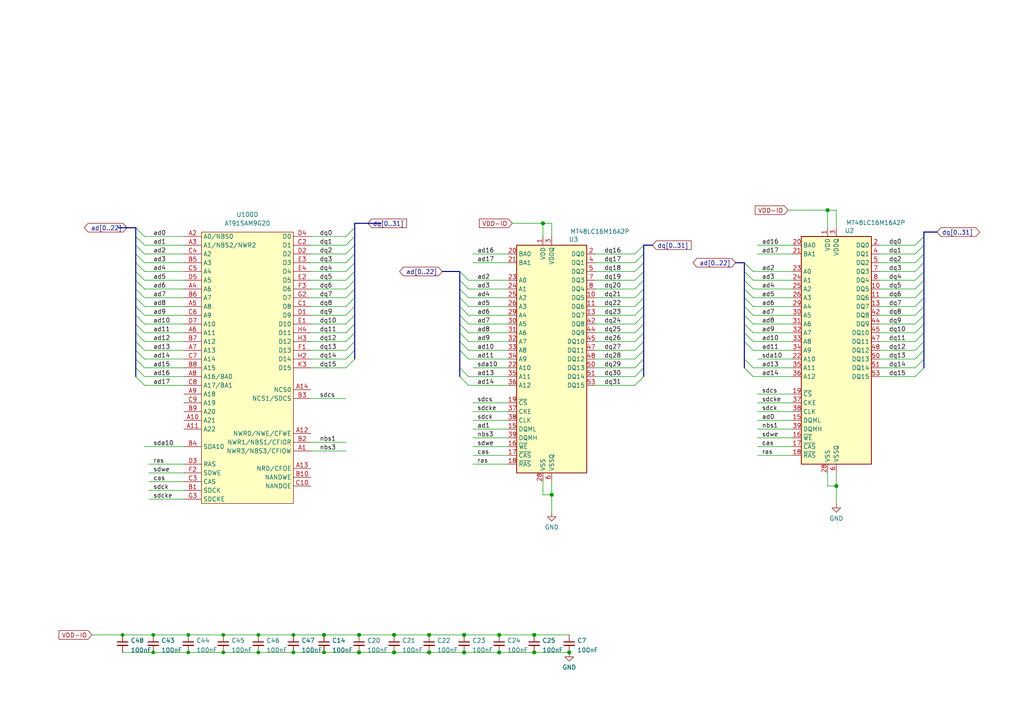
<source format=kicad_sch>
(kicad_sch (version 20211123) (generator eeschema)
  (paper "A4")
  (title_block (title "SAM9G20 SBC") (rev "0.1") (company "vd-rd"))
  (lib_symbols
    (symbol "Device:C_Small" (pin_numbers hide) (pin_names (offset 0.254) hide)
      (property "Reference" "C" (at 0.254 1.778 0))
      (property "Value" "C_Small" (at 0.254 -2.032 0))
      (symbol "C_Small_1_1"
        (pin passive line (at 0 2.54 270) (length 2.032) (name "~") (number "1"))
        (pin passive line (at 0 -2.54 90) (length 2.032) (name "~") (number "2"))
      )
    )
    (symbol "Memory_RAM:MT48LC16M16A2P"
      (property "Reference" "U" (at -8.89 34.29 0))
      (property "Value" "MT48LC16M16A2P" (at 8.89 34.29 0))
      (symbol "MT48LC16M16A2P_1_1"
        (pin power_in line (at -2.54 35.56 270) (length 2.54) (name "VDD") (number "1"))
        (pin bidirectional line (at 12.7 17.78 180) (length 2.54) (name "DQ5") (number "10"))
        (pin bidirectional line (at 12.7 15.24 180) (length 2.54) (name "DQ6") (number "11"))
        (pin passive line (at 0 -35.56 90) (length 2.54) hide (name "VSSQ") (number "12"))
        (pin bidirectional line (at 12.7 12.7 180) (length 2.54) (name "DQ7") (number "13"))
        (pin passive line (at -2.54 35.56 270) (length 2.54) hide (name "VDD") (number "14"))
        (pin input line (at -12.7 -20.32 0) (length 2.54) (name "DQML") (number "15"))
        (pin input line (at -12.7 -25.4 0) (length 2.54) (name "~{WE}") (number "16"))
        (pin input line (at -12.7 -27.94 0) (length 2.54) (name "~{CAS}") (number "17"))
        (pin input line (at -12.7 -30.48 0) (length 2.54) (name "~{RAS}") (number "18"))
        (pin input line (at -12.7 -12.7 0) (length 2.54) (name "~{CS}") (number "19"))
        (pin bidirectional line (at 12.7 30.48 180) (length 2.54) (name "DQ0") (number "2"))
        (pin input line (at -12.7 30.48 0) (length 2.54) (name "BA0") (number "20"))
        (pin input line (at -12.7 27.94 0) (length 2.54) (name "BA1") (number "21"))
        (pin input line (at -12.7 -2.54 0) (length 2.54) (name "A10") (number "22"))
        (pin input line (at -12.7 22.86 0) (length 2.54) (name "A0") (number "23"))
        (pin input line (at -12.7 20.32 0) (length 2.54) (name "A1") (number "24"))
        (pin input line (at -12.7 17.78 0) (length 2.54) (name "A2") (number "25"))
        (pin input line (at -12.7 15.24 0) (length 2.54) (name "A3") (number "26"))
        (pin passive line (at -2.54 35.56 270) (length 2.54) hide (name "VDD") (number "27"))
        (pin power_in line (at -2.54 -35.56 90) (length 2.54) (name "VSS") (number "28"))
        (pin input line (at -12.7 12.7 0) (length 2.54) (name "A4") (number "29"))
        (pin power_in line (at 0 35.56 270) (length 2.54) (name "VDDQ") (number "3"))
        (pin input line (at -12.7 10.16 0) (length 2.54) (name "A5") (number "30"))
        (pin input line (at -12.7 7.62 0) (length 2.54) (name "A6") (number "31"))
        (pin input line (at -12.7 5.08 0) (length 2.54) (name "A7") (number "32"))
        (pin input line (at -12.7 2.54 0) (length 2.54) (name "A8") (number "33"))
        (pin input line (at -12.7 0 0) (length 2.54) (name "A9") (number "34"))
        (pin input line (at -12.7 -5.08 0) (length 2.54) (name "A11") (number "35"))
        (pin input line (at -12.7 -7.62 0) (length 2.54) (name "A12") (number "36"))
        (pin input line (at -12.7 -15.24 0) (length 2.54) (name "CKE") (number "37"))
        (pin input line (at -12.7 -17.78 0) (length 2.54) (name "CLK") (number "38"))
        (pin input line (at -12.7 -22.86 0) (length 2.54) (name "DQMH") (number "39"))
        (pin bidirectional line (at 12.7 27.94 180) (length 2.54) (name "DQ1") (number "4"))
        (pin no_connect line (at 10.16 -20.32 180) (length 2.54) hide (name "NC") (number "40"))
        (pin passive line (at -2.54 -35.56 90) (length 2.54) hide (name "VSS") (number "41"))
        (pin bidirectional line (at 12.7 10.16 180) (length 2.54) (name "DQ8") (number "42"))
        (pin passive line (at 0 35.56 270) (length 2.54) hide (name "VDDQ") (number "43"))
        (pin bidirectional line (at 12.7 7.62 180) (length 2.54) (name "DQ9") (number "44"))
        (pin bidirectional line (at 12.7 5.08 180) (length 2.54) (name "DQ10") (number "45"))
        (pin passive line (at 0 -35.56 90) (length 2.54) hide (name "VSSQ") (number "46"))
        (pin bidirectional line (at 12.7 2.54 180) (length 2.54) (name "DQ11") (number "47"))
        (pin bidirectional line (at 12.7 0 180) (length 2.54) (name "DQ12") (number "48"))
        (pin passive line (at 0 35.56 270) (length 2.54) hide (name "VDDQ") (number "49"))
        (pin bidirectional line (at 12.7 25.4 180) (length 2.54) (name "DQ2") (number "5"))
        (pin bidirectional line (at 12.7 -2.54 180) (length 2.54) (name "DQ13") (number "50"))
        (pin bidirectional line (at 12.7 -5.08 180) (length 2.54) (name "DQ14") (number "51"))
        (pin passive line (at 0 -35.56 90) (length 2.54) hide (name "VSSQ") (number "52"))
        (pin bidirectional line (at 12.7 -7.62 180) (length 2.54) (name "DQ15") (number "53"))
        (pin passive line (at -2.54 -35.56 90) (length 2.54) hide (name "VSS") (number "54"))
        (pin power_in line (at 0 -35.56 90) (length 2.54) (name "VSSQ") (number "6"))
        (pin bidirectional line (at 12.7 22.86 180) (length 2.54) (name "DQ3") (number "7"))
        (pin bidirectional line (at 12.7 20.32 180) (length 2.54) (name "DQ4") (number "8"))
        (pin passive line (at 0 35.56 270) (length 2.54) hide (name "VDDQ") (number "9"))
      )
    )
    (symbol "microchip:AT91SAM9G20"
      (property "Reference" "U" (at 0 43.18 0))
      (property "Value" "AT91SAM9G20" (at -8.89 43.18 0))
      (symbol "AT91SAM9G20_1_0"
        (pin passive line (at -8.89 -31.75 0) (length 5.08) (name "PA28") (number "L14"))
        (pin passive line (at -8.89 -39.37 0) (length 5.08) (name "PA31") (number "N14"))
        (pin passive line (at -8.89 -36.83 0) (length 5.08) (name "PA30") (number "N15"))
        (pin passive line (at -8.89 36.83 0) (length 5.08) (name "PA1") (number "P11"))
        (pin passive line (at -8.89 31.75 0) (length 5.08) (name "PA3") (number "P12"))
        (pin passive line (at -8.89 21.59 0) (length 5.08) (name "PA7") (number "P13"))
        (pin passive line (at -8.89 16.51 0) (length 5.08) (name "PA9") (number "P14"))
        (pin passive line (at -8.89 -26.67 0) (length 5.08) (name "PA26") (number "P15"))
        (pin passive line (at -8.89 -24.13 0) (length 5.08) (name "PA25") (number "P16"))
        (pin passive line (at -8.89 39.37 0) (length 5.08) (name "PA0") (number "R10"))
        (pin passive line (at -8.89 29.21 0) (length 5.08) (name "PA4") (number "R11"))
        (pin passive line (at -8.89 26.67 0) (length 5.08) (name "PA5") (number "R12"))
        (pin passive line (at -8.89 13.97 0) (length 5.08) (name "PA10") (number "R13"))
        (pin passive line (at -8.89 -13.97 0) (length 5.08) (name "PA21") (number "R14"))
        (pin passive line (at -8.89 -19.05 0) (length 5.08) (name "PA23") (number "R15"))
        (pin passive line (at -8.89 -21.59 0) (length 5.08) (name "PA24") (number "R16"))
        (pin passive line (at -8.89 -34.29 0) (length 5.08) (name "PA29") (number "R17"))
        (pin passive line (at -8.89 24.13 0) (length 5.08) (name "PA6") (number "T10"))
        (pin passive line (at -8.89 19.05 0) (length 5.08) (name "PA8") (number "T11"))
        (pin passive line (at -8.89 11.43 0) (length 5.08) (name "PA11") (number "T12"))
        (pin passive line (at -8.89 -11.43 0) (length 5.08) (name "PA20") (number "T14"))
        (pin passive line (at -8.89 -16.51 0) (length 5.08) (name "PA22") (number "T16"))
        (pin passive line (at -8.89 -29.21 0) (length 5.08) (name "PA27") (number "T17"))
        (pin passive line (at -8.89 34.29 0) (length 5.08) (name "PA2") (number "T9"))
        (pin passive line (at -8.89 6.35 0) (length 5.08) (name "PA13") (number "U10"))
        (pin passive line (at -8.89 3.81 0) (length 5.08) (name "PA14") (number "U11"))
        (pin passive line (at -8.89 1.27 0) (length 5.08) (name "PA15") (number "U12"))
        (pin passive line (at -8.89 -8.89 0) (length 5.08) (name "PA19") (number "U13"))
        (pin passive line (at -8.89 -3.81 0) (length 5.08) (name "PA17") (number "U14"))
        (pin passive line (at -8.89 -1.27 0) (length 5.08) (name "PA16") (number "U15"))
        (pin passive line (at -8.89 -6.35 0) (length 5.08) (name "PA18") (number "U16"))
        (pin passive line (at -8.89 8.89 0) (length 5.08) (name "PA12") (number "U9"))
      )
      (symbol "AT91SAM9G20_2_0"
        (pin passive line (at -8.89 -6.35 0) (length 5.08) (name "PB18") (number "H17"))
        (pin passive line (at -8.89 -8.89 0) (length 5.08) (name "PB19") (number "J15"))
        (pin passive line (at -8.89 -1.27 0) (length 5.08) (name "PB16") (number "J17"))
        (pin passive line (at -8.89 29.21 0) (length 5.08) (name "PB4") (number "K14"))
        (pin passive line (at -8.89 -3.81 0) (length 5.08) (name "PB17") (number "K15"))
        (pin passive line (at -8.89 1.27 0) (length 5.08) (name "PB15") (number "K17"))
        (pin passive line (at -8.89 16.51 0) (length 5.08) (name "PB9") (number "L15"))
        (pin passive line (at -8.89 19.05 0) (length 5.08) (name "PB8") (number "L16"))
        (pin passive line (at -8.89 3.81 0) (length 5.08) (name "PB14") (number "L17"))
        (pin passive line (at -8.89 36.83 0) (length 5.08) (name "PB1") (number "M14"))
        (pin passive line (at -8.89 34.29 0) (length 5.08) (name "PB2") (number "M15"))
        (pin passive line (at -8.89 31.75 0) (length 5.08) (name "PB3") (number "M16"))
        (pin passive line (at -8.89 21.59 0) (length 5.08) (name "PB7") (number "M17"))
        (pin passive line (at -8.89 39.37 0) (length 5.08) (name "PB0") (number "N16"))
        (pin passive line (at -8.89 24.13 0) (length 5.08) (name "PB6") (number "N17"))
        (pin passive line (at -8.89 -39.37 0) (length 5.08) (name "PB31") (number "P10"))
        (pin passive line (at -8.89 26.67 0) (length 5.08) (name "PB5") (number "P17"))
        (pin passive line (at -8.89 11.43 0) (length 5.08) (name "PB11") (number "P5"))
        (pin passive line (at -8.89 6.35 0) (length 5.08) (name "PB13") (number "P6"))
        (pin passive line (at -8.89 -21.59 0) (length 5.08) (name "PB24") (number "P7"))
        (pin passive line (at -8.89 -36.83 0) (length 5.08) (name "PB30") (number "P9"))
        (pin passive line (at -8.89 8.89 0) (length 5.08) (name "PB12") (number "R5"))
        (pin passive line (at -8.89 -19.05 0) (length 5.08) (name "PB23") (number "R6"))
        (pin passive line (at -8.89 -26.67 0) (length 5.08) (name "PB26") (number "R8"))
        (pin passive line (at -8.89 -31.75 0) (length 5.08) (name "PB28") (number "R9"))
        (pin passive line (at -8.89 13.97 0) (length 5.08) (name "PB10") (number "T5"))
        (pin passive line (at -8.89 -16.51 0) (length 5.08) (name "PB22") (number "T6"))
        (pin passive line (at -8.89 -34.29 0) (length 5.08) (name "PB29") (number "T8"))
        (pin passive line (at -8.89 -11.43 0) (length 5.08) (name "PB20") (number "U5"))
        (pin passive line (at -8.89 -13.97 0) (length 5.08) (name "PB21") (number "U6"))
        (pin passive line (at -8.89 -24.13 0) (length 5.08) (name "PB25") (number "U7"))
        (pin passive line (at -8.89 -29.21 0) (length 5.08) (name "PB27") (number "U8"))
      )
      (symbol "AT91SAM9G20_3_0"
        (pin passive line (at -8.89 26.67 0) (length 5.08) (name "PC5") (number "A15"))
        (pin passive line (at -8.89 24.13 0) (length 5.08) (name "PC6") (number "A16"))
        (pin passive line (at -8.89 29.21 0) (length 5.08) (name "PC4") (number "A17"))
        (pin passive line (at -8.89 21.59 0) (length 5.08) (name "PC7") (number "B11"))
        (pin passive line (at -8.89 13.97 0) (length 5.08) (name "PC10") (number "B12"))
        (pin passive line (at -8.89 6.35 0) (length 5.08) (name "PC13") (number "B13"))
        (pin passive line (at -8.89 11.43 0) (length 5.08) (name "PC11") (number "B14"))
        (pin passive line (at -8.89 3.81 0) (length 5.08) (name "PC14") (number "B15"))
        (pin passive line (at -8.89 19.05 0) (length 5.08) (name "PC8") (number "B16"))
        (pin passive line (at -8.89 16.51 0) (length 5.08) (name "PC9") (number "C11"))
        (pin passive line (at -8.89 8.89 0) (length 5.08) (name "PC12") (number "C12"))
        (pin passive line (at -8.89 1.27 0) (length 5.08) (name "PC15") (number "G1"))
        (pin passive line (at -8.89 -6.35 0) (length 5.08) (name "PC18") (number "H1"))
        (pin passive line (at -8.89 -8.89 0) (length 5.08) (name "PC19") (number "J1"))
        (pin passive line (at -8.89 -3.81 0) (length 5.08) (name "PC17") (number "J2"))
        (pin passive line (at -8.89 -1.27 0) (length 5.08) (name "PC16") (number "J4"))
        (pin passive line (at -8.89 -21.59 0) (length 5.08) (name "PC24") (number "K1"))
        (pin passive line (at -8.89 -11.43 0) (length 5.08) (name "PC20") (number "K2"))
        (pin passive line (at -8.89 -13.97 0) (length 5.08) (name "PC21") (number "K4"))
        (pin passive line (at -8.89 -26.67 0) (length 5.08) (name "PC26") (number "L2"))
        (pin passive line (at -8.89 -24.13 0) (length 5.08) (name "PC25") (number "L3"))
        (pin passive line (at -8.89 -39.37 0) (length 5.08) (name "PC31") (number "M2"))
        (pin passive line (at -8.89 -16.51 0) (length 5.08) (name "PC22") (number "M4"))
        (pin passive line (at -8.89 -19.05 0) (length 5.08) (name "PC23") (number "N3"))
        (pin passive line (at -8.89 -29.21 0) (length 5.08) (name "PC27") (number "N4"))
        (pin passive line (at -8.89 -36.83 0) (length 5.08) (name "PC30") (number "P3"))
        (pin passive line (at -8.89 -31.75 0) (length 5.08) (name "PC28") (number "P4"))
        (pin passive line (at -8.89 -34.29 0) (length 5.08) (name "PC29") (number "R3"))
        (pin passive line (at -8.89 39.37 0) (length 5.08) (name "PC0") (number "T3"))
        (pin passive line (at -8.89 36.83 0) (length 5.08) (name "PC1") (number "T4"))
        (pin passive line (at -8.89 34.29 0) (length 5.08) (name "PC2") (number "U3"))
        (pin passive line (at -8.89 31.75 0) (length 5.08) (name "PC3") (number "U4"))
      )
      (symbol "AT91SAM9G20_4_0"
        (pin passive line (at 24.13 -24.13 180) (length 5.08) (name "NWR3/NBS3/CFIOW") (number "A1"))
        (pin passive line (at -12.7 -15.24 0) (length 5.08) (name "A21") (number "A10"))
        (pin passive line (at -12.7 -17.78 0) (length 5.08) (name "A22") (number "A11"))
        (pin passive line (at 24.13 -19.05 180) (length 5.08) (name "NWR0/NWE/CFWE") (number "A12"))
        (pin passive line (at 24.13 -29.21 180) (length 5.08) (name "NRD/CFOE") (number "A13"))
        (pin passive line (at 24.13 -6.35 180) (length 5.08) (name "NCS0") (number "A14"))
        (pin passive line (at -12.7 38.1 0) (length 5.08) (name "A0/NBS0") (number "A2"))
        (pin passive line (at -12.7 35.56 0) (length 5.08) (name "A1/NBS2/NWR2") (number "A3"))
        (pin passive line (at -12.7 22.86 0) (length 5.08) (name "A6") (number "A4"))
        (pin passive line (at -12.7 17.78 0) (length 5.08) (name "A8") (number "A5"))
        (pin passive line (at -12.7 10.16 0) (length 5.08) (name "A11") (number "A6"))
        (pin passive line (at -12.7 5.08 0) (length 5.08) (name "A13") (number "A7"))
        (pin passive line (at -12.7 -2.54 0) (length 5.08) (name "A16/BA0") (number "A8"))
        (pin passive line (at -12.7 -7.62 0) (length 5.08) (name "A18") (number "A9"))
        (pin passive line (at -12.7 -35.56 0) (length 5.08) (name "SDCK") (number "B1"))
        (pin passive line (at 24.13 -31.75 180) (length 5.08) (name "NANDWE") (number "B10"))
        (pin passive line (at 24.13 -21.59 180) (length 5.08) (name "NWR1/NBS1/CFIOR") (number "B2"))
        (pin passive line (at 24.13 -8.89 180) (length 5.08) (name "NCS1/SDCS") (number "B3"))
        (pin passive line (at -12.7 -22.86 0) (length 5.08) (name "SDA10") (number "B4"))
        (pin passive line (at -12.7 30.48 0) (length 5.08) (name "A3") (number "B5"))
        (pin passive line (at -12.7 20.32 0) (length 5.08) (name "A7") (number "B6"))
        (pin passive line (at -12.7 7.62 0) (length 5.08) (name "A12") (number "B7"))
        (pin passive line (at -12.7 0 0) (length 5.08) (name "A15") (number "B8"))
        (pin passive line (at -12.7 -12.7 0) (length 5.08) (name "A20") (number "B9"))
        (pin passive line (at 24.13 17.78 180) (length 5.08) (name "D8") (number "C1"))
        (pin passive line (at 24.13 -34.29 180) (length 5.08) (name "NANDOE") (number "C10"))
        (pin passive line (at 24.13 35.56 180) (length 5.08) (name "D1") (number "C2"))
        (pin passive line (at -12.7 -33.02 0) (length 5.08) (name "CAS") (number "C3"))
        (pin passive line (at -12.7 33.02 0) (length 5.08) (name "A2") (number "C4"))
        (pin passive line (at -12.7 27.94 0) (length 5.08) (name "A4") (number "C5"))
        (pin passive line (at -12.7 15.24 0) (length 5.08) (name "A9") (number "C6"))
        (pin passive line (at -12.7 2.54 0) (length 5.08) (name "A14") (number "C7"))
        (pin passive line (at -12.7 -5.08 0) (length 5.08) (name "A17/BA1") (number "C8"))
        (pin passive line (at -12.7 -10.16 0) (length 5.08) (name "A19") (number "C9"))
        (pin passive line (at 24.13 15.24 180) (length 5.08) (name "D9") (number "D1"))
        (pin passive line (at 24.13 33.02 180) (length 5.08) (name "D2") (number "D2"))
        (pin passive line (at -12.7 -27.94 0) (length 5.08) (name "RAS") (number "D3"))
        (pin passive line (at 24.13 38.1 180) (length 5.08) (name "D0") (number "D4"))
        (pin passive line (at -12.7 25.4 0) (length 5.08) (name "A5") (number "D5"))
        (pin passive line (at -12.7 12.7 0) (length 5.08) (name "A10") (number "D7"))
        (pin passive line (at 24.13 12.7 180) (length 5.08) (name "D10") (number "E1"))
        (pin passive line (at 24.13 25.4 180) (length 5.08) (name "D5") (number "E2"))
        (pin passive line (at 24.13 30.48 180) (length 5.08) (name "D3") (number "E3"))
        (pin passive line (at 24.13 27.94 180) (length 5.08) (name "D4") (number "E4"))
        (pin passive line (at 24.13 5.08 180) (length 5.08) (name "D13") (number "F1"))
        (pin passive line (at -12.7 -30.48 0) (length 5.08) (name "SDWE") (number "F2"))
        (pin passive line (at 24.13 22.86 180) (length 5.08) (name "D6") (number "F3"))
        (pin passive line (at 24.13 20.32 180) (length 5.08) (name "D7") (number "G2"))
        (pin passive line (at -12.7 -38.1 0) (length 5.08) (name "SDCKE") (number "G3"))
        (pin passive line (at 24.13 2.54 180) (length 5.08) (name "D14") (number "H2"))
        (pin passive line (at 24.13 7.62 180) (length 5.08) (name "D12") (number "H3"))
        (pin passive line (at 24.13 10.16 180) (length 5.08) (name "D11") (number "H4"))
        (pin passive line (at 24.13 0 180) (length 5.08) (name "D15") (number "K3"))
      )
      (symbol "AT91SAM9G20_5_0"
        (pin passive line (at -8.89 3.81 0) (length 5.08) (name "WKUP") (number "B17"))
        (pin passive line (at -8.89 -3.81 0) (length 5.08) (name "DDP") (number "C13"))
        (pin passive line (at -8.89 -13.97 0) (length 5.08) (name "HDMB") (number "C14"))
        (pin no_connect line (at -8.89 -44.45 0) (length 5.08) hide (name "NC") (number "C15"))
        (pin passive line (at -8.89 1.27 0) (length 5.08) (name "SHDN") (number "C17"))
        (pin passive line (at -8.89 -6.35 0) (length 5.08) (name "DDM") (number "D13"))
        (pin passive line (at -8.89 -11.43 0) (length 5.08) (name "HDPB") (number "D14"))
        (pin no_connect line (at -8.89 -44.45 0) (length 5.08) (name "NC") (number "D15"))
        (pin passive line (at -8.89 -31.75 0) (length 5.08) (name "XIN32") (number "D17"))
        (pin passive line (at -8.89 -19.05 0) (length 5.08) (name "HDPA") (number "E14"))
        (pin passive line (at -8.89 -21.59 0) (length 5.08) (name "HDMA") (number "E15"))
        (pin passive line (at -8.89 -34.29 0) (length 5.08) (name "XOUT32") (number "E17"))
        (pin passive line (at -8.89 6.35 0) (length 5.08) (name "OSCSEL") (number "F14"))
        (pin passive line (at -8.89 8.89 0) (length 5.08) (name "BMS") (number "F15"))
        (pin passive line (at -8.89 31.75 0) (length 5.08) (name "JTAGSEL") (number "F16"))
        (pin passive line (at -8.89 -26.67 0) (length 5.08) (name "TST") (number "F17"))
        (pin passive line (at -8.89 11.43 0) (length 5.08) (name "NRST") (number "G15"))
        (pin passive line (at -8.89 19.05 0) (length 5.08) (name "RTCK") (number "G16"))
        (pin passive line (at -8.89 21.59 0) (length 5.08) (name "TMS") (number "G17"))
        (pin passive line (at -8.89 29.21 0) (length 5.08) (name "TCK") (number "H15"))
        (pin passive line (at -8.89 16.51 0) (length 5.08) (name "NTRST") (number "H16"))
        (pin passive line (at -8.89 24.13 0) (length 5.08) (name "TDO") (number "J14"))
        (pin passive line (at -8.89 26.67 0) (length 5.08) (name "TDI") (number "J16"))
        (pin passive line (at -8.89 -36.83 0) (length 5.08) (name "XIN") (number "N1"))
        (pin passive line (at -8.89 -39.37 0) (length 5.08) (name "XOUT") (number "P1"))
        (pin no_connect line (at -8.89 -44.45 0) (length 5.08) hide (name "NC") (number "R1"))
        (pin no_connect line (at -8.89 -44.45 0) (length 5.08) hide (name "NC") (number "T1"))
      )
      (symbol "AT91SAM9G20_6_0"
        (pin passive line (at -6.35 3.81 0) (length 5.08) (name "VDDUSB") (number "C16"))
        (pin passive line (at -6.35 1.27 0) (length 5.08) (name "GNDUSB") (number "D10"))
        (pin power_in line (at -6.35 29.21 0) (length 5.08) (name "VDDIOM") (number "D11"))
        (pin passive line (at -6.35 1.27 0) (length 5.08) hide (name "GNDUSB") (number "D12"))
        (pin power_in line (at -6.35 11.43 0) (length 5.08) (name "VDDBU") (number "D16"))
        (pin passive line (at -6.35 -19.05 0) (length 5.08) (name "GND") (number "D6"))
        (pin passive line (at -6.35 -19.05 0) (length 5.08) hide (name "GND") (number "D8"))
        (pin power_in line (at -6.35 24.13 0) (length 5.08) hide (name "VDDCORE") (number "D9"))
        (pin passive line (at -6.35 8.89 0) (length 5.08) (name "GNDBU") (number "E16"))
        (pin passive line (at -6.35 -19.05 0) (length 5.08) hide (name "GND") (number "F4"))
        (pin passive line (at -6.35 -19.05 0) (length 5.08) hide (name "GND") (number "G14"))
        (pin power_in line (at -6.35 29.21 0) (length 5.08) hide (name "VDDIOM") (number "G4"))
        (pin passive line (at -6.35 -19.05 0) (length 5.08) hide (name "GND") (number "H10"))
        (pin power_in line (at -6.35 24.13 0) (length 5.08) hide (name "VDDCORE") (number "H14"))
        (pin passive line (at -6.35 -19.05 0) (length 5.08) hide (name "GND") (number "H8"))
        (pin passive line (at -6.35 -19.05 0) (length 5.08) hide (name "GND") (number "H9"))
        (pin passive line (at -6.35 -19.05 0) (length 5.08) hide (name "GND") (number "J10"))
        (pin power_in line (at -6.35 29.21 0) (length 5.08) hide (name "VDDIOM") (number "J3"))
        (pin passive line (at -6.35 -19.05 0) (length 5.08) hide (name "GND") (number "J8"))
        (pin passive line (at -6.35 -19.05 0) (length 5.08) hide (name "GND") (number "J9"))
        (pin passive line (at -6.35 -19.05 0) (length 5.08) hide (name "GND") (number "K10"))
        (pin passive line (at -6.35 -19.05 0) (length 5.08) hide (name "GND") (number "K16"))
        (pin passive line (at -6.35 -19.05 0) (length 5.08) hide (name "GND") (number "K8"))
        (pin passive line (at -6.35 -19.05 0) (length 5.08) hide (name "GND") (number "K9"))
        (pin passive line (at -6.35 -19.05 0) (length 5.08) hide (name "GND") (number "L1"))
        (pin passive line (at -6.35 -3.81 0) (length 5.08) (name "VDDOSC") (number "L4"))
        (pin power_in line (at -6.35 24.13 0) (length 5.08) hide (name "VDDCORE") (number "M1"))
        (pin passive line (at -6.35 -19.05 0) (length 5.08) hide (name "GND") (number "M3"))
        (pin passive line (at -6.35 19.05 0) (length 5.08) (name "VDDPLL") (number "N2"))
        (pin passive line (at -6.35 19.05 0) (length 5.08) hide (name "VDDPLL") (number "P2"))
        (pin power_in line (at -6.35 34.29 0) (length 5.08) hide (name "VDDIOP") (number "P8"))
        (pin passive line (at -6.35 -13.97 0) (length 5.08) (name "GNDANA") (number "R2"))
        (pin passive line (at -6.35 -8.89 0) (length 5.08) (name "VDDANA") (number "R4"))
        (pin passive line (at -6.35 -19.05 0) (length 5.08) hide (name "GND") (number "R7"))
        (pin power_in line (at -6.35 24.13 0) (length 5.08) (name "VDDCORE") (number "T13"))
        (pin passive line (at -6.35 -19.05 0) (length 5.08) hide (name "GND") (number "T15"))
        (pin passive line (at -6.35 16.51 0) (length 5.08) (name "GNDPLL") (number "T2"))
        (pin passive line (at -6.35 -19.05 0) (length 5.08) hide (name "GND") (number "T7"))
        (pin passive line (at -6.35 16.51 0) (length 5.08) hide (name "GNDPLL") (number "U1"))
        (pin power_in line (at -6.35 34.29 0) (length 5.08) (name "VDDIOP") (number "U17"))
        (pin passive line (at -6.35 -11.43 0) (length 5.08) (name "ADVREF") (number "U2"))
      )
    )
    (symbol "power:GND" (power) (pin_names (offset 0))
      (property "Value" "GND" (at 0 -3.81 0))
      (symbol "GND_1_1"
        (pin power_in line (at 0 0 270) (length 0) hide (name "GND") (number "1"))
      )
    )
  )
  (junction (at 242.57 140.97) (diameter 1.016))
  (junction (at 104.14 189.23) (diameter 1.016))
  (junction (at 44.45 189.23))
  (junction (at 85.09 189.23))
  (junction (at 64.77 184.15))
  (junction (at 93.98 184.15) (diameter 1.016))
  (junction (at 160.02 143.51) (diameter 1.016))
  (junction (at 144.78 184.15) (diameter 1.016))
  (junction (at 165.1 189.23) (diameter 1.016))
  (junction (at 64.77 189.23))
  (junction (at 93.98 189.23))
  (junction (at 134.62 184.15) (diameter 1.016))
  (junction (at 54.61 184.15))
  (junction (at 104.14 184.15) (diameter 1.016))
  (junction (at 74.93 184.15))
  (junction (at 35.56 184.15))
  (junction (at 240.03 60.96) (diameter 1.016))
  (junction (at 124.46 184.15) (diameter 1.016))
  (junction (at 54.61 189.23))
  (junction (at 44.45 184.15))
  (junction (at 85.09 184.15))
  (junction (at 154.94 184.15) (diameter 1.016))
  (junction (at 134.62 189.23) (diameter 1.016))
  (junction (at 114.3 184.15) (diameter 1.016))
  (junction (at 144.78 189.23) (diameter 1.016))
  (junction (at 124.46 189.23) (diameter 1.016))
  (junction (at 74.93 189.23))
  (junction (at 154.94 189.23) (diameter 1.016))
  (junction (at 114.3 189.23) (diameter 1.016))
  (junction (at 157.48 64.77) (diameter 1.016))
  (bus_entry (at 133.35 101.6) (size 2.54 2.54) (stroke (width 0.1524)))
  (bus_entry (at 133.35 109.22) (size 2.54 2.54) (stroke (width 0.1524)))
  (bus_entry (at 39.37 88.9) (size 2.54 2.54) (stroke (width 0.1524)))
  (bus_entry (at 102.87 81.28) (size -2.54 2.54) (stroke (width 0.1524)))
  (bus_entry (at 39.37 66.04) (size 2.54 2.54) (stroke (width 0.1524)))
  (bus_entry (at 39.37 68.58) (size 2.54 2.54) (stroke (width 0.1524)))
  (bus_entry (at 102.87 86.36) (size -2.54 2.54) (stroke (width 0.1524)))
  (bus_entry (at 102.87 101.6) (size -2.54 2.54) (stroke (width 0.1524)))
  (bus_entry (at 102.87 91.44) (size -2.54 2.54) (stroke (width 0.1524)))
  (bus_entry (at 39.37 101.6) (size 2.54 2.54) (stroke (width 0.1524)))
  (bus_entry (at 39.37 86.36) (size 2.54 2.54) (stroke (width 0.1524)))
  (bus_entry (at 133.35 86.36) (size 2.54 2.54) (stroke (width 0.1524)))
  (bus_entry (at 39.37 96.52) (size 2.54 2.54) (stroke (width 0.1524)))
  (bus_entry (at 39.37 104.14) (size 2.54 2.54) (stroke (width 0.1524)))
  (bus_entry (at 39.37 106.68) (size 2.54 2.54) (stroke (width 0.1524)))
  (bus_entry (at 39.37 109.22) (size 2.54 2.54) (stroke (width 0.1524)))
  (bus_entry (at 102.87 71.12) (size -2.54 2.54) (stroke (width 0.1524)))
  (bus_entry (at 39.37 81.28) (size 2.54 2.54) (stroke (width 0.1524)))
  (bus_entry (at 102.87 99.06) (size -2.54 2.54) (stroke (width 0.1524)))
  (bus_entry (at 102.87 66.04) (size -2.54 2.54) (stroke (width 0.1524)))
  (bus_entry (at 102.87 93.98) (size -2.54 2.54) (stroke (width 0.1524)))
  (bus_entry (at 133.35 81.28) (size 2.54 2.54) (stroke (width 0.1524)))
  (bus_entry (at 39.37 76.2) (size 2.54 2.54) (stroke (width 0.1524)))
  (bus_entry (at 133.35 106.68) (size 2.54 2.54) (stroke (width 0.1524)))
  (bus_entry (at 133.35 96.52) (size 2.54 2.54) (stroke (width 0.1524)))
  (bus_entry (at 102.87 76.2) (size -2.54 2.54) (stroke (width 0.1524)))
  (bus_entry (at 133.35 91.44) (size 2.54 2.54) (stroke (width 0.1524)))
  (bus_entry (at 133.35 93.98) (size 2.54 2.54) (stroke (width 0.1524)))
  (bus_entry (at 102.87 78.74) (size -2.54 2.54) (stroke (width 0.1524)))
  (bus_entry (at 215.9 104.14) (size 2.54 2.54) (stroke (width 0.1524)))
  (bus_entry (at 215.9 106.68) (size 2.54 2.54) (stroke (width 0.1524)))
  (bus_entry (at 215.9 99.06) (size 2.54 2.54) (stroke (width 0.1524)))
  (bus_entry (at 215.9 88.9) (size 2.54 2.54) (stroke (width 0.1524)))
  (bus_entry (at 215.9 86.36) (size 2.54 2.54) (stroke (width 0.1524)))
  (bus_entry (at 215.9 83.82) (size 2.54 2.54) (stroke (width 0.1524)))
  (bus_entry (at 215.9 91.44) (size 2.54 2.54) (stroke (width 0.1524)))
  (bus_entry (at 215.9 93.98) (size 2.54 2.54) (stroke (width 0.1524)))
  (bus_entry (at 215.9 96.52) (size 2.54 2.54) (stroke (width 0.1524)))
  (bus_entry (at 215.9 81.28) (size 2.54 2.54) (stroke (width 0.1524)))
  (bus_entry (at 215.9 78.74) (size 2.54 2.54) (stroke (width 0.1524)))
  (bus_entry (at 215.9 76.2) (size 2.54 2.54) (stroke (width 0.1524)))
  (bus_entry (at 102.87 68.58) (size -2.54 2.54) (stroke (width 0.1524)))
  (bus_entry (at 39.37 99.06) (size 2.54 2.54) (stroke (width 0.1524)))
  (bus_entry (at 102.87 83.82) (size -2.54 2.54) (stroke (width 0.1524)))
  (bus_entry (at 39.37 73.66) (size 2.54 2.54) (stroke (width 0.1524)))
  (bus_entry (at 39.37 83.82) (size 2.54 2.54) (stroke (width 0.1524)))
  (bus_entry (at 39.37 78.74) (size 2.54 2.54) (stroke (width 0.1524)))
  (bus_entry (at 133.35 99.06) (size 2.54 2.54) (stroke (width 0.1524)))
  (bus_entry (at 39.37 91.44) (size 2.54 2.54) (stroke (width 0.1524)))
  (bus_entry (at 102.87 88.9) (size -2.54 2.54) (stroke (width 0.1524)))
  (bus_entry (at 186.69 71.12) (size -2.54 2.54) (stroke (width 0.1524)))
  (bus_entry (at 186.69 73.66) (size -2.54 2.54) (stroke (width 0.1524)))
  (bus_entry (at 186.69 81.28) (size -2.54 2.54) (stroke (width 0.1524)))
  (bus_entry (at 186.69 78.74) (size -2.54 2.54) (stroke (width 0.1524)))
  (bus_entry (at 186.69 76.2) (size -2.54 2.54) (stroke (width 0.1524)))
  (bus_entry (at 186.69 106.68) (size -2.54 2.54) (stroke (width 0.1524)))
  (bus_entry (at 186.69 109.22) (size -2.54 2.54) (stroke (width 0.1524)))
  (bus_entry (at 186.69 104.14) (size -2.54 2.54) (stroke (width 0.1524)))
  (bus_entry (at 186.69 101.6) (size -2.54 2.54) (stroke (width 0.1524)))
  (bus_entry (at 186.69 99.06) (size -2.54 2.54) (stroke (width 0.1524)))
  (bus_entry (at 186.69 91.44) (size -2.54 2.54) (stroke (width 0.1524)))
  (bus_entry (at 186.69 96.52) (size -2.54 2.54) (stroke (width 0.1524)))
  (bus_entry (at 186.69 93.98) (size -2.54 2.54) (stroke (width 0.1524)))
  (bus_entry (at 186.69 88.9) (size -2.54 2.54) (stroke (width 0.1524)))
  (bus_entry (at 186.69 86.36) (size -2.54 2.54) (stroke (width 0.1524)))
  (bus_entry (at 186.69 83.82) (size -2.54 2.54) (stroke (width 0.1524)))
  (bus_entry (at 102.87 73.66) (size -2.54 2.54) (stroke (width 0.1524)))
  (bus_entry (at 133.35 88.9) (size 2.54 2.54) (stroke (width 0.1524)))
  (bus_entry (at 133.35 83.82) (size 2.54 2.54) (stroke (width 0.1524)))
  (bus_entry (at 133.35 78.74) (size 2.54 2.54) (stroke (width 0.1524)))
  (bus_entry (at 39.37 71.12) (size 2.54 2.54) (stroke (width 0.1524)))
  (bus_entry (at 39.37 93.98) (size 2.54 2.54) (stroke (width 0.1524)))
  (bus_entry (at 267.97 93.98) (size -2.54 2.54) (stroke (width 0.1524)))
  (bus_entry (at 267.97 91.44) (size -2.54 2.54) (stroke (width 0.1524)))
  (bus_entry (at 267.97 99.06) (size -2.54 2.54) (stroke (width 0.1524)))
  (bus_entry (at 267.97 96.52) (size -2.54 2.54) (stroke (width 0.1524)))
  (bus_entry (at 267.97 101.6) (size -2.54 2.54) (stroke (width 0.1524)))
  (bus_entry (at 267.97 106.68) (size -2.54 2.54) (stroke (width 0.1524)))
  (bus_entry (at 267.97 104.14) (size -2.54 2.54) (stroke (width 0.1524)))
  (bus_entry (at 267.97 86.36) (size -2.54 2.54) (stroke (width 0.1524)))
  (bus_entry (at 267.97 88.9) (size -2.54 2.54) (stroke (width 0.1524)))
  (bus_entry (at 267.97 81.28) (size -2.54 2.54) (stroke (width 0.1524)))
  (bus_entry (at 267.97 78.74) (size -2.54 2.54) (stroke (width 0.1524)))
  (bus_entry (at 267.97 83.82) (size -2.54 2.54) (stroke (width 0.1524)))
  (bus_entry (at 267.97 73.66) (size -2.54 2.54) (stroke (width 0.1524)))
  (bus_entry (at 267.97 76.2) (size -2.54 2.54) (stroke (width 0.1524)))
  (bus_entry (at 267.97 71.12) (size -2.54 2.54) (stroke (width 0.1524)))
  (bus_entry (at 267.97 68.58) (size -2.54 2.54) (stroke (width 0.1524)))
  (bus_entry (at 102.87 96.52) (size -2.54 2.54) (stroke (width 0.1524)))
  (bus_entry (at 102.87 104.14) (size -2.54 2.54) (stroke (width 0.1524)))
  (wire (pts (xy 255.27 83.82) (xy 265.43 83.82)))
  (bus (pts (xy 39.37 81.28) (xy 39.37 83.82)))
  (bus (pts (xy 39.37 83.82) (xy 39.37 86.36)))
  (bus (pts (xy 39.37 71.12) (xy 39.37 73.66)))
  (bus (pts (xy 39.37 73.66) (xy 39.37 76.2)))
  (bus (pts (xy 39.37 76.2) (xy 39.37 78.74)))
  (bus (pts (xy 39.37 91.44) (xy 39.37 93.98)))
  (bus (pts (xy 39.37 93.98) (xy 39.37 96.52)))
  (bus (pts (xy 39.37 86.36) (xy 39.37 88.9)))
  (bus (pts (xy 39.37 88.9) (xy 39.37 91.44)))
  (bus (pts (xy 39.37 78.74) (xy 39.37 81.28)))
  (bus (pts (xy 39.37 68.58) (xy 39.37 71.12)))
  (bus (pts (xy 39.37 66.04) (xy 39.37 68.58)))
  (bus (pts (xy 39.37 101.6) (xy 39.37 104.14)))
  (bus (pts (xy 39.37 96.52) (xy 39.37 99.06)))
  (bus (pts (xy 39.37 106.68) (xy 39.37 109.22)))
  (bus (pts (xy 39.37 104.14) (xy 39.37 106.68)))
  (bus (pts (xy 39.37 99.06) (xy 39.37 101.6)))
  (wire (pts (xy 218.44 109.22) (xy 229.87 109.22)))
  (wire (pts (xy 218.44 101.6) (xy 229.87 101.6)))
  (wire (pts (xy 90.17 76.2) (xy 100.33 76.2)))
  (wire (pts (xy 240.03 60.96) (xy 240.03 66.04)))
  (wire (pts (xy 219.71 104.14) (xy 229.87 104.14)))
  (wire (pts (xy 172.72 99.06) (xy 184.15 99.06)))
  (wire (pts (xy 41.91 129.54) (xy 53.34 129.54)))
  (wire (pts (xy 255.27 96.52) (xy 265.43 96.52)))
  (wire (pts (xy 35.56 184.15) (xy 44.45 184.15)))
  (wire (pts (xy 172.72 93.98) (xy 184.15 93.98)))
  (wire (pts (xy 219.71 129.54) (xy 229.87 129.54)))
  (wire (pts (xy 255.27 93.98) (xy 265.43 93.98)))
  (wire (pts (xy 135.89 96.52) (xy 147.32 96.52)))
  (bus (pts (xy 186.69 86.36) (xy 186.69 88.9)))
  (bus (pts (xy 186.69 83.82) (xy 186.69 86.36)))
  (bus (pts (xy 186.69 71.12) (xy 186.69 73.66)))
  (bus (pts (xy 186.69 81.28) (xy 186.69 83.82)))
  (bus (pts (xy 186.69 71.12) (xy 189.23 71.12)))
  (bus (pts (xy 186.69 76.2) (xy 186.69 78.74)))
  (bus (pts (xy 186.69 73.66) (xy 186.69 76.2)))
  (bus (pts (xy 186.69 91.44) (xy 186.69 93.98)))
  (bus (pts (xy 186.69 78.74) (xy 186.69 81.28)))
  (bus (pts (xy 186.69 106.68) (xy 186.69 109.22)))
  (bus (pts (xy 186.69 104.14) (xy 186.69 106.68)))
  (bus (pts (xy 186.69 101.6) (xy 186.69 104.14)))
  (bus (pts (xy 186.69 99.06) (xy 186.69 101.6)))
  (bus (pts (xy 186.69 96.52) (xy 186.69 99.06)))
  (bus (pts (xy 186.69 93.98) (xy 186.69 96.52)))
  (bus (pts (xy 186.69 88.9) (xy 186.69 91.44)))
  (wire (pts (xy 172.72 83.82) (xy 184.15 83.82)))
  (wire (pts (xy 154.94 184.15) (xy 165.1 184.15)))
  (wire (pts (xy 144.78 184.15) (xy 154.94 184.15)))
  (wire (pts (xy 104.14 184.15) (xy 114.3 184.15)))
  (wire (pts (xy 134.62 184.15) (xy 144.78 184.15)))
  (wire (pts (xy 114.3 184.15) (xy 124.46 184.15)))
  (wire (pts (xy 93.98 184.15) (xy 104.14 184.15)))
  (wire (pts (xy 124.46 184.15) (xy 134.62 184.15)))
  (wire (pts (xy 135.89 93.98) (xy 147.32 93.98)))
  (wire (pts (xy 137.16 116.84) (xy 147.32 116.84)))
  (wire (pts (xy 41.91 88.9) (xy 53.34 88.9)))
  (wire (pts (xy 172.72 91.44) (xy 184.15 91.44)))
  (wire (pts (xy 172.72 104.14) (xy 184.15 104.14)))
  (wire (pts (xy 137.16 76.2) (xy 147.32 76.2)))
  (wire (pts (xy 41.91 83.82) (xy 53.34 83.82)))
  (wire (pts (xy 172.72 111.76) (xy 184.15 111.76)))
  (wire (pts (xy 41.91 93.98) (xy 53.34 93.98)))
  (wire (pts (xy 41.91 86.36) (xy 53.34 86.36)))
  (bus (pts (xy 128.27 78.74) (xy 133.35 78.74)))
  (wire (pts (xy 137.16 124.46) (xy 147.32 124.46)))
  (wire (pts (xy 41.91 78.74) (xy 53.34 78.74)))
  (wire (pts (xy 41.91 68.58) (xy 53.34 68.58)))
  (wire (pts (xy 135.89 86.36) (xy 147.32 86.36)))
  (wire (pts (xy 172.72 96.52) (xy 184.15 96.52)))
  (wire (pts (xy 35.56 189.23) (xy 44.45 189.23)))
  (wire (pts (xy 90.17 115.57) (xy 100.33 115.57)))
  (wire (pts (xy 255.27 71.12) (xy 265.43 71.12)))
  (wire (pts (xy 255.27 109.22) (xy 265.43 109.22)))
  (wire (pts (xy 240.03 137.16) (xy 240.03 140.97)))
  (wire (pts (xy 90.17 96.52) (xy 100.33 96.52)))
  (wire (pts (xy 137.16 73.66) (xy 147.32 73.66)))
  (wire (pts (xy 64.77 184.15) (xy 74.93 184.15)))
  (wire (pts (xy 44.45 184.15) (xy 54.61 184.15)))
  (wire (pts (xy 74.93 184.15) (xy 85.09 184.15)))
  (wire (pts (xy 85.09 184.15) (xy 93.98 184.15)))
  (wire (pts (xy 54.61 184.15) (xy 64.77 184.15)))
  (wire (pts (xy 172.72 88.9) (xy 184.15 88.9)))
  (wire (pts (xy 41.91 91.44) (xy 53.34 91.44)))
  (wire (pts (xy 218.44 91.44) (xy 229.87 91.44)))
  (wire (pts (xy 135.89 109.22) (xy 147.32 109.22)))
  (wire (pts (xy 90.17 91.44) (xy 100.33 91.44)))
  (wire (pts (xy 135.89 88.9) (xy 147.32 88.9)))
  (wire (pts (xy 255.27 78.74) (xy 265.43 78.74)))
  (wire (pts (xy 41.91 96.52) (xy 53.34 96.52)))
  (wire (pts (xy 242.57 140.97) (xy 242.57 146.05)))
  (wire (pts (xy 242.57 137.16) (xy 242.57 140.97)))
  (wire (pts (xy 41.91 111.76) (xy 53.34 111.76)))
  (wire (pts (xy 218.44 83.82) (xy 229.87 83.82)))
  (wire (pts (xy 218.44 86.36) (xy 229.87 86.36)))
  (wire (pts (xy 218.44 99.06) (xy 229.87 99.06)))
  (wire (pts (xy 41.91 99.06) (xy 53.34 99.06)))
  (wire (pts (xy 255.27 91.44) (xy 265.43 91.44)))
  (wire (pts (xy 135.89 99.06) (xy 147.32 99.06)))
  (wire (pts (xy 26.67 184.15) (xy 35.56 184.15)))
  (wire (pts (xy 137.16 129.54) (xy 147.32 129.54)))
  (wire (pts (xy 219.71 114.3) (xy 229.87 114.3)))
  (wire (pts (xy 218.44 81.28) (xy 229.87 81.28)))
  (wire (pts (xy 41.91 81.28) (xy 53.34 81.28)))
  (wire (pts (xy 219.71 121.92) (xy 229.87 121.92)))
  (wire (pts (xy 41.91 106.68) (xy 53.34 106.68)))
  (wire (pts (xy 43.18 142.24) (xy 53.34 142.24)))
  (wire (pts (xy 255.27 81.28) (xy 265.43 81.28)))
  (wire (pts (xy 90.17 78.74) (xy 100.33 78.74)))
  (bus (pts (xy 34.29 66.04) (xy 39.37 66.04)))
  (wire (pts (xy 255.27 76.2) (xy 265.43 76.2)))
  (wire (pts (xy 137.16 121.92) (xy 147.32 121.92)))
  (wire (pts (xy 255.27 101.6) (xy 265.43 101.6)))
  (wire (pts (xy 90.17 130.81) (xy 100.33 130.81)))
  (wire (pts (xy 135.89 111.76) (xy 147.32 111.76)))
  (wire (pts (xy 90.17 83.82) (xy 100.33 83.82)))
  (wire (pts (xy 135.89 104.14) (xy 147.32 104.14)))
  (wire (pts (xy 64.77 189.23) (xy 74.93 189.23)))
  (wire (pts (xy 44.45 189.23) (xy 54.61 189.23)))
  (wire (pts (xy 74.93 189.23) (xy 85.09 189.23)))
  (wire (pts (xy 85.09 189.23) (xy 93.98 189.23)))
  (wire (pts (xy 54.61 189.23) (xy 64.77 189.23)))
  (wire (pts (xy 219.71 124.46) (xy 229.87 124.46)))
  (wire (pts (xy 219.71 116.84) (xy 229.87 116.84)))
  (wire (pts (xy 90.17 88.9) (xy 100.33 88.9)))
  (wire (pts (xy 218.44 93.98) (xy 229.87 93.98)))
  (wire (pts (xy 172.72 78.74) (xy 184.15 78.74)))
  (wire (pts (xy 157.48 139.7) (xy 157.48 143.51)))
  (wire (pts (xy 41.91 109.22) (xy 53.34 109.22)))
  (wire (pts (xy 172.72 76.2) (xy 184.15 76.2)))
  (wire (pts (xy 148.59 64.77) (xy 157.48 64.77)))
  (wire (pts (xy 160.02 68.58) (xy 160.02 64.77)))
  (wire (pts (xy 157.48 64.77) (xy 160.02 64.77)))
  (wire (pts (xy 90.17 93.98) (xy 100.33 93.98)))
  (wire (pts (xy 157.48 64.77) (xy 157.48 68.58)))
  (wire (pts (xy 219.71 73.66) (xy 229.87 73.66)))
  (wire (pts (xy 157.48 143.51) (xy 160.02 143.51)))
  (wire (pts (xy 90.17 68.58) (xy 100.33 68.58)))
  (wire (pts (xy 218.44 96.52) (xy 229.87 96.52)))
  (wire (pts (xy 160.02 139.7) (xy 160.02 143.51)))
  (wire (pts (xy 43.18 134.62) (xy 53.34 134.62)))
  (wire (pts (xy 90.17 128.27) (xy 100.33 128.27)))
  (wire (pts (xy 41.91 101.6) (xy 53.34 101.6)))
  (wire (pts (xy 218.44 88.9) (xy 229.87 88.9)))
  (wire (pts (xy 137.16 106.68) (xy 147.32 106.68)))
  (bus (pts (xy 267.97 67.31) (xy 271.78 67.31)))
  (wire (pts (xy 218.44 106.68) (xy 229.87 106.68)))
  (wire (pts (xy 135.89 101.6) (xy 147.32 101.6)))
  (wire (pts (xy 172.72 86.36) (xy 184.15 86.36)))
  (wire (pts (xy 240.03 60.96) (xy 242.57 60.96)))
  (wire (pts (xy 242.57 66.04) (xy 242.57 60.96)))
  (wire (pts (xy 228.6 60.96) (xy 240.03 60.96)))
  (bus (pts (xy 102.87 99.06) (xy 102.87 101.6)))
  (bus (pts (xy 102.87 96.52) (xy 102.87 99.06)))
  (bus (pts (xy 102.87 101.6) (xy 102.87 104.14)))
  (bus (pts (xy 102.87 93.98) (xy 102.87 96.52)))
  (bus (pts (xy 102.87 91.44) (xy 102.87 93.98)))
  (bus (pts (xy 102.87 88.9) (xy 102.87 91.44)))
  (bus (pts (xy 102.87 86.36) (xy 102.87 88.9)))
  (bus (pts (xy 102.87 83.82) (xy 102.87 86.36)))
  (bus (pts (xy 102.87 76.2) (xy 102.87 78.74)))
  (bus (pts (xy 102.87 78.74) (xy 102.87 81.28)))
  (bus (pts (xy 102.87 68.58) (xy 102.87 71.12)))
  (bus (pts (xy 102.87 66.04) (xy 102.87 68.58)))
  (bus (pts (xy 102.87 64.77) (xy 102.87 66.04)))
  (bus (pts (xy 102.87 81.28) (xy 102.87 83.82)))
  (bus (pts (xy 102.87 73.66) (xy 102.87 76.2)))
  (bus (pts (xy 102.87 71.12) (xy 102.87 73.66)))
  (wire (pts (xy 90.17 71.12) (xy 100.33 71.12)))
  (wire (pts (xy 172.72 81.28) (xy 184.15 81.28)))
  (wire (pts (xy 135.89 83.82) (xy 147.32 83.82)))
  (wire (pts (xy 90.17 73.66) (xy 100.33 73.66)))
  (wire (pts (xy 255.27 99.06) (xy 265.43 99.06)))
  (wire (pts (xy 137.16 127) (xy 147.32 127)))
  (bus (pts (xy 215.9 99.06) (xy 215.9 104.14)))
  (bus (pts (xy 215.9 104.14) (xy 215.9 106.68)))
  (bus (pts (xy 215.9 88.9) (xy 215.9 91.44)))
  (bus (pts (xy 215.9 83.82) (xy 215.9 86.36)))
  (bus (pts (xy 215.9 86.36) (xy 215.9 88.9)))
  (bus (pts (xy 215.9 91.44) (xy 215.9 93.98)))
  (bus (pts (xy 215.9 93.98) (xy 215.9 96.52)))
  (bus (pts (xy 215.9 96.52) (xy 215.9 99.06)))
  (bus (pts (xy 215.9 81.28) (xy 215.9 83.82)))
  (bus (pts (xy 213.36 76.2) (xy 215.9 76.2)))
  (bus (pts (xy 215.9 78.74) (xy 215.9 81.28)))
  (bus (pts (xy 215.9 76.2) (xy 215.9 78.74)))
  (wire (pts (xy 137.16 134.62) (xy 147.32 134.62)))
  (wire (pts (xy 135.89 81.28) (xy 147.32 81.28)))
  (wire (pts (xy 90.17 101.6) (xy 100.33 101.6)))
  (wire (pts (xy 90.17 106.68) (xy 100.33 106.68)))
  (wire (pts (xy 172.72 106.68) (xy 184.15 106.68)))
  (wire (pts (xy 160.02 143.51) (xy 160.02 148.59)))
  (wire (pts (xy 219.71 127) (xy 229.87 127)))
  (wire (pts (xy 41.91 104.14) (xy 53.34 104.14)))
  (wire (pts (xy 240.03 140.97) (xy 242.57 140.97)))
  (wire (pts (xy 255.27 106.68) (xy 265.43 106.68)))
  (bus (pts (xy 133.35 99.06) (xy 133.35 101.6)))
  (bus (pts (xy 133.35 101.6) (xy 133.35 106.68)))
  (bus (pts (xy 133.35 106.68) (xy 133.35 109.22)))
  (bus (pts (xy 133.35 83.82) (xy 133.35 86.36)))
  (bus (pts (xy 133.35 88.9) (xy 133.35 91.44)))
  (bus (pts (xy 133.35 86.36) (xy 133.35 88.9)))
  (bus (pts (xy 133.35 96.52) (xy 133.35 99.06)))
  (bus (pts (xy 133.35 91.44) (xy 133.35 93.98)))
  (bus (pts (xy 133.35 93.98) (xy 133.35 96.52)))
  (bus (pts (xy 133.35 81.28) (xy 133.35 83.82)))
  (bus (pts (xy 133.35 78.74) (xy 133.35 81.28)))
  (wire (pts (xy 41.91 76.2) (xy 53.34 76.2)))
  (wire (pts (xy 137.16 132.08) (xy 147.32 132.08)))
  (wire (pts (xy 172.72 73.66) (xy 184.15 73.66)))
  (wire (pts (xy 135.89 91.44) (xy 147.32 91.44)))
  (wire (pts (xy 90.17 81.28) (xy 100.33 81.28)))
  (wire (pts (xy 43.18 139.7) (xy 53.34 139.7)))
  (wire (pts (xy 90.17 99.06) (xy 100.33 99.06)))
  (wire (pts (xy 41.91 71.12) (xy 53.34 71.12)))
  (wire (pts (xy 255.27 88.9) (xy 265.43 88.9)))
  (wire (pts (xy 90.17 86.36) (xy 100.33 86.36)))
  (wire (pts (xy 219.71 132.08) (xy 229.87 132.08)))
  (wire (pts (xy 172.72 109.22) (xy 184.15 109.22)))
  (wire (pts (xy 90.17 104.14) (xy 100.33 104.14)))
  (wire (pts (xy 255.27 86.36) (xy 265.43 86.36)))
  (wire (pts (xy 137.16 119.38) (xy 147.32 119.38)))
  (wire (pts (xy 218.44 78.74) (xy 229.87 78.74)))
  (wire (pts (xy 219.71 119.38) (xy 229.87 119.38)))
  (wire (pts (xy 43.18 144.78) (xy 53.34 144.78)))
  (wire (pts (xy 255.27 104.14) (xy 265.43 104.14)))
  (wire (pts (xy 43.18 137.16) (xy 53.34 137.16)))
  (wire (pts (xy 255.27 73.66) (xy 265.43 73.66)))
  (wire (pts (xy 219.71 71.12) (xy 229.87 71.12)))
  (wire (pts (xy 172.72 101.6) (xy 184.15 101.6)))
  (bus (pts (xy 102.87 64.77) (xy 110.49 64.77)))
  (wire (pts (xy 41.91 73.66) (xy 53.34 73.66)))
  (wire (pts (xy 154.94 189.23) (xy 165.1 189.23)))
  (wire (pts (xy 144.78 189.23) (xy 154.94 189.23)))
  (wire (pts (xy 104.14 189.23) (xy 114.3 189.23)))
  (wire (pts (xy 134.62 189.23) (xy 144.78 189.23)))
  (wire (pts (xy 114.3 189.23) (xy 124.46 189.23)))
  (wire (pts (xy 93.98 189.23) (xy 104.14 189.23)))
  (wire (pts (xy 124.46 189.23) (xy 134.62 189.23)))
  (bus (pts (xy 267.97 93.98) (xy 267.97 96.52)))
  (bus (pts (xy 267.97 91.44) (xy 267.97 93.98)))
  (bus (pts (xy 267.97 99.06) (xy 267.97 101.6)))
  (bus (pts (xy 267.97 96.52) (xy 267.97 99.06)))
  (bus (pts (xy 267.97 101.6) (xy 267.97 104.14)))
  (bus (pts (xy 267.97 104.14) (xy 267.97 106.68)))
  (bus (pts (xy 267.97 86.36) (xy 267.97 88.9)))
  (bus (pts (xy 267.97 88.9) (xy 267.97 91.44)))
  (bus (pts (xy 267.97 83.82) (xy 267.97 86.36)))
  (bus (pts (xy 267.97 81.28) (xy 267.97 83.82)))
  (bus (pts (xy 267.97 78.74) (xy 267.97 81.28)))
  (bus (pts (xy 267.97 73.66) (xy 267.97 76.2)))
  (bus (pts (xy 267.97 76.2) (xy 267.97 78.74)))
  (bus (pts (xy 267.97 71.12) (xy 267.97 73.66)))
  (bus (pts (xy 267.97 67.31) (xy 267.97 68.58)))
  (bus (pts (xy 267.97 68.58) (xy 267.97 71.12)))
  (label "dq7" (at 92.71 86.36 0))
  (label "ad11" (at 44.45 96.52 0))
  (label "sdwe" (at 138.43 129.54 0))
  (label "dq0" (at 257.81 71.12 0))
  (label "nbs1" (at 220.98 124.46 0))
  (label "ras" (at 44.45 134.62 0))
  (label "dq16" (at 175.26 73.66 0))
  (label "dq9" (at 92.71 91.44 0))
  (label "dq7" (at 257.81 88.9 0))
  (label "ad6" (at 220.98 88.9 0))
  (label "dq1" (at 257.81 73.66 0))
  (label "dq22" (at 175.26 88.9 0))
  (label "ad1" (at 138.43 124.46 0))
  (label "ad6" (at 138.43 91.44 0))
  (label "ad13" (at 220.98 106.68 0))
  (label "ad2" (at 220.98 78.74 0))
  (label "ad11" (at 138.43 104.14 0))
  (label "dq0" (at 92.71 68.58 0))
  (label "dq12" (at 92.71 99.06 0))
  (label "ad0" (at 220.98 121.92 0))
  (label "ad8" (at 138.43 96.52 0))
  (label "dq11" (at 92.71 96.52 0))
  (label "dq10" (at 92.71 93.98 0))
  (label "dq31" (at 175.26 111.76 0))
  (label "sda10" (at 44.45 129.54 0))
  (label "dq24" (at 175.26 93.98 0))
  (label "ad2" (at 138.43 81.28 0))
  (label "dq10" (at 257.81 96.52 0))
  (label "dq6" (at 257.81 86.36 0))
  (label "dq18" (at 175.26 78.74 0))
  (label "ad8" (at 44.45 88.9 0))
  (label "dq23" (at 175.26 91.44 0))
  (label "sdcke" (at 220.98 116.84 0))
  (label "ad2" (at 44.45 73.66 0))
  (label "dq4" (at 257.81 81.28 0))
  (label "dq13" (at 92.71 101.6 0))
  (label "ad11" (at 220.98 101.6 0))
  (label "dq6" (at 92.71 83.82 0))
  (label "ad7" (at 138.43 93.98 0))
  (label "nbs3" (at 92.71 130.81 0))
  (label "dq19" (at 175.26 81.28 0))
  (label "dq9" (at 257.81 93.98 0))
  (label "dq2" (at 257.81 76.2 0))
  (label "ad1" (at 44.45 71.12 0))
  (label "dq30" (at 175.26 109.22 0))
  (label "dq21" (at 175.26 86.36 0))
  (label "ad13" (at 44.45 101.6 0))
  (label "ad5" (at 220.98 86.36 0))
  (label "dq4" (at 92.71 78.74 0))
  (label "dq5" (at 257.81 83.82 0))
  (label "dq20" (at 175.26 83.82 0))
  (label "dq8" (at 257.81 91.44 0))
  (label "sdcs" (at 92.71 115.57 0))
  (label "ad16" (at 220.98 71.12 0))
  (label "ras" (at 138.43 134.62 0))
  (label "dq14" (at 257.81 106.68 0))
  (label "sdcs" (at 220.98 114.3 0))
  (label "sda10" (at 138.43 106.68 0))
  (label "sdwe" (at 44.45 137.16 0))
  (label "dq3" (at 92.71 76.2 0))
  (label "dq15" (at 92.71 106.68 0))
  (label "dq8" (at 92.71 88.9 0))
  (label "dq29" (at 175.26 106.68 0))
  (label "dq11" (at 257.81 99.06 0))
  (label "dq15" (at 257.81 109.22 0))
  (label "sdcke" (at 138.43 119.38 0))
  (label "ad17" (at 44.45 111.76 0))
  (label "dq17" (at 175.26 76.2 0))
  (label "ad10" (at 44.45 93.98 0))
  (label "sdwe" (at 220.98 127 0))
  (label "ad10" (at 138.43 101.6 0))
  (label "sdck" (at 220.98 119.38 0))
  (label "ad14" (at 138.43 111.76 0))
  (label "dq3" (at 257.81 78.74 0))
  (label "nbs3" (at 138.43 127 0))
  (label "sdcke" (at 44.45 144.78 0))
  (label "dq27" (at 175.26 101.6 0))
  (label "ad14" (at 220.98 109.22 0))
  (label "ad16" (at 138.43 73.66 0))
  (label "ad3" (at 138.43 83.82 0))
  (label "dq26" (at 175.26 99.06 0))
  (label "dq14" (at 92.71 104.14 0))
  (label "ad9" (at 138.43 99.06 0))
  (label "nbs1" (at 92.71 128.27 0))
  (label "ad4" (at 138.43 86.36 0))
  (label "ad3" (at 220.98 81.28 0))
  (label "ad4" (at 44.45 78.74 0))
  (label "sdck" (at 138.43 121.92 0))
  (label "cas" (at 138.43 132.08 0))
  (label "ad0" (at 44.45 68.58 0))
  (label "cas" (at 220.98 129.54 0))
  (label "sdcs" (at 138.43 116.84 0))
  (label "ad14" (at 44.45 104.14 0))
  (label "dq25" (at 175.26 96.52 0))
  (label "ad6" (at 44.45 83.82 0))
  (label "ad5" (at 138.43 88.9 0))
  (label "dq28" (at 175.26 104.14 0))
  (label "ras" (at 220.98 132.08 0))
  (label "ad4" (at 220.98 83.82 0))
  (label "dq5" (at 92.71 81.28 0))
  (label "ad7" (at 44.45 86.36 0))
  (label "cas" (at 44.45 139.7 0))
  (label "ad17" (at 220.98 73.66 0))
  (label "ad9" (at 44.45 91.44 0))
  (label "ad16" (at 44.45 109.22 0))
  (label "ad17" (at 138.43 76.2 0))
  (label "dq12" (at 257.81 101.6 0))
  (label "ad5" (at 44.45 81.28 0))
  (label "ad10" (at 220.98 99.06 0))
  (label "dq2" (at 92.71 73.66 0))
  (label "ad12" (at 44.45 99.06 0))
  (label "ad9" (at 220.98 96.52 0))
  (label "ad7" (at 220.98 91.44 0))
  (label "ad13" (at 138.43 109.22 0))
  (label "ad8" (at 220.98 93.98 0))
  (label "ad3" (at 44.45 76.2 0))
  (label "sdck" (at 44.45 142.24 0))
  (label "dq1" (at 92.71 71.12 0))
  (label "ad15" (at 44.45 106.68 0))
  (label "sda10" (at 220.98 104.14 0))
  (label "dq13" (at 257.81 104.14 0))
  (global_label "ad[0..22]" (shape bidirectional) (at 36.83 66.04 180) (property "Intersheet References" "${INTERSHEET_REFS}" (effects hide)))
  (global_label "ad[0..22]" (shape bidirectional) (at 213.36 76.2 180) (property "Intersheet References" "${INTERSHEET_REFS}" (effects hide)))
  (global_label "VDD-IO" (shape input) (at 148.59 64.77 180) (property "Intersheet References" "${INTERSHEET_REFS}" (effects hide)))
  (global_label "dq[0..31]" (shape bidirectional) (at 271.78 67.31 0) (property "Intersheet References" "${INTERSHEET_REFS}" (effects hide)))
  (global_label "VDD-IO" (shape input) (at 228.6 60.96 180) (property "Intersheet References" "${INTERSHEET_REFS}" (effects hide)))
  (global_label "VDD-IO" (shape input) (at 26.67 184.15 180) (property "Intersheet References" "${INTERSHEET_REFS}" (effects hide)))
  (global_label "dq[0..31]" (shape input) (at 189.23 71.12 0) (property "Intersheet References" "${INTERSHEET_REFS}" (effects hide)))
  (global_label "dq[0..31]" (shape input) (at 106.68 64.77 0) (property "Intersheet References" "${INTERSHEET_REFS}" (effects hide)))
  (global_label "ad[0..22]" (shape bidirectional) (at 128.27 78.74 180) (property "Intersheet References" "${INTERSHEET_REFS}" (effects hide)))
  (symbol (lib_id "power:GND") (at 165.1 189.23 0) (unit 1)
    (property "Reference" "#PWR0109" (effects hide))
    (property "Value" "GND" (at 165.1 193.5544 0))
  )
  (symbol (lib_id "Device:C_Small") (at 144.78 186.69 0) (unit 1)
    (property "Reference" "C24" (at 147.1042 185.7815 0) (effects (justify left)))
    (property "Value" "100nF" (at 147.1042 188.5566 0) (effects (justify left)))
    (property "Footprint" "Capacitor_SMD:C_0402_1005Metric" (effects hide))
  )
  (symbol (lib_id "Device:C_Small") (at 165.1 186.69 0) (unit 1)
    (property "Reference" "C7" (at 167.4242 185.7815 0) (effects (justify left)))
    (property "Value" "100nF" (at 167.4242 188.5566 0) (effects (justify left)))
    (property "Footprint" "Capacitor_SMD:C_0402_1005Metric" (effects hide))
  )
  (symbol (lib_id "Device:C_Small") (at 93.98 186.69 0) (unit 1)
    (property "Reference" "C14" (at 96.3042 185.7815 0) (effects (justify left)))
    (property "Value" "100nF" (at 96.3042 188.5566 0) (effects (justify left)))
    (property "Footprint" "Capacitor_SMD:C_0402_1005Metric" (effects hide))
  )
  (symbol (lib_id "Memory_RAM:MT48LC16M16A2P") (at 242.57 101.6 0) (unit 1)
    (property "Reference" "U2" (at 246.38 66.8994 0))
    (property "Value" "MT48LC16M16A2P" (at 254 64.5945 0))
    (property "Footprint" "jedec:TSOP-II-54_22.2x10.16mm_P0.8mm" (effects hide))
    (property "Datasheet" "https://www.micron.com/-/media/client/global/documents/products/data-sheet/dram/256mb_sdr.pdf" (effects hide))
  )
  (symbol (lib_id "Device:C_Small") (at 154.94 186.69 0) (unit 1)
    (property "Reference" "C25" (at 157.2642 185.7815 0) (effects (justify left)))
    (property "Value" "100nF" (at 157.2642 188.5566 0) (effects (justify left)))
    (property "Footprint" "Capacitor_SMD:C_0402_1005Metric" (effects hide))
  )
  (symbol (lib_id "Device:C_Small") (at 85.09 186.69 0) (unit 1)
    (property "Reference" "C47" (at 87.4142 185.7815 0) (effects (justify left)))
    (property "Value" "100nF" (at 87.4142 188.5566 0) (effects (justify left)))
    (property "Footprint" "Capacitor_SMD:C_0402_1005Metric" (effects hide))
  )
  (symbol (lib_id "Device:C_Small") (at 74.93 186.69 0) (unit 1)
    (property "Reference" "C46" (at 77.2542 185.7815 0) (effects (justify left)))
    (property "Value" "100nF" (at 77.2542 188.5566 0) (effects (justify left)))
    (property "Footprint" "Capacitor_SMD:C_0402_1005Metric" (effects hide))
  )
  (symbol (lib_id "power:GND") (at 160.02 148.59 0) (unit 1)
    (property "Reference" "#PWR0107" (effects hide))
    (property "Value" "GND" (at 160.02 152.9144 0))
  )
  (symbol (lib_id "microchip:AT91SAM9G20") (at 66.04 106.68 0) (unit 4)
    (property "Reference" "U100" (at 71.755 62.23 0))
    (property "Value" "AT91SAM9G20" (at 71.755 64.77 0))
    (property "Footprint" "microchip:AT91SAM9G10" (effects hide))
  )
  (symbol (lib_id "power:GND") (at 242.57 146.05 0) (unit 1)
    (property "Reference" "#PWR0101" (effects hide))
    (property "Value" "GND" (at 242.57 150.3744 0))
  )
  (symbol (lib_id "Memory_RAM:MT48LC16M16A2P") (at 160.02 104.14 0) (unit 1)
    (property "Reference" "U3" (at 166.37 69.4394 0))
    (property "Value" "MT48LC16M16A2P" (at 173.99 67.1345 0))
    (property "Footprint" "jedec:TSOP-II-54_22.2x10.16mm_P0.8mm" (effects hide))
    (property "Datasheet" "https://www.micron.com/-/media/client/global/documents/products/data-sheet/dram/256mb_sdr.pdf" (effects hide))
  )
  (symbol (lib_id "Device:C_Small") (at 114.3 186.69 0) (unit 1)
    (property "Reference" "C21" (at 116.6242 185.7815 0) (effects (justify left)))
    (property "Value" "100nF" (at 116.6242 188.5566 0) (effects (justify left)))
    (property "Footprint" "Capacitor_SMD:C_0402_1005Metric" (effects hide))
  )
  (symbol (lib_id "Device:C_Small") (at 54.61 186.69 0) (unit 1)
    (property "Reference" "C44" (at 56.9342 185.7815 0) (effects (justify left)))
    (property "Value" "100nF" (at 56.9342 188.5566 0) (effects (justify left)))
    (property "Footprint" "Capacitor_SMD:C_0402_1005Metric" (effects hide))
  )
  (symbol (lib_id "Device:C_Small") (at 64.77 186.69 0) (unit 1)
    (property "Reference" "C45" (at 67.0942 185.7815 0) (effects (justify left)))
    (property "Value" "100nF" (at 67.0942 188.5566 0) (effects (justify left)))
    (property "Footprint" "Capacitor_SMD:C_0402_1005Metric" (effects hide))
  )
  (symbol (lib_id "Device:C_Small") (at 104.14 186.69 0) (unit 1)
    (property "Reference" "C20" (at 106.4642 185.7815 0) (effects (justify left)))
    (property "Value" "100nF" (at 106.4642 188.5566 0) (effects (justify left)))
    (property "Footprint" "Capacitor_SMD:C_0402_1005Metric" (effects hide))
  )
  (symbol (lib_id "Device:C_Small") (at 44.45 186.69 0) (unit 1)
    (property "Reference" "C43" (at 46.7742 185.7815 0) (effects (justify left)))
    (property "Value" "100nF" (at 46.7742 188.5566 0) (effects (justify left)))
    (property "Footprint" "Capacitor_SMD:C_0402_1005Metric" (effects hide))
  )
  (symbol (lib_id "Device:C_Small") (at 134.62 186.69 0) (unit 1)
    (property "Reference" "C23" (at 136.9442 185.7815 0) (effects (justify left)))
    (property "Value" "100nF" (at 136.9442 188.5566 0) (effects (justify left)))
    (property "Footprint" "Capacitor_SMD:C_0402_1005Metric" (effects hide))
  )
  (symbol (lib_id "Device:C_Small") (at 35.56 186.69 0) (unit 1)
    (property "Reference" "C48" (at 37.8842 185.7815 0) (effects (justify left)))
    (property "Value" "100nF" (at 37.8842 188.5566 0) (effects (justify left)))
    (property "Footprint" "Capacitor_SMD:C_0402_1005Metric" (effects hide))
  )
  (symbol (lib_id "Device:C_Small") (at 124.46 186.69 0) (unit 1)
    (property "Reference" "C22" (at 126.7842 185.7815 0) (effects (justify left)))
    (property "Value" "100nF" (at 126.7842 188.5566 0) (effects (justify left)))
    (property "Footprint" "Capacitor_SMD:C_0402_1005Metric" (effects hide))
  )
)
</source>
